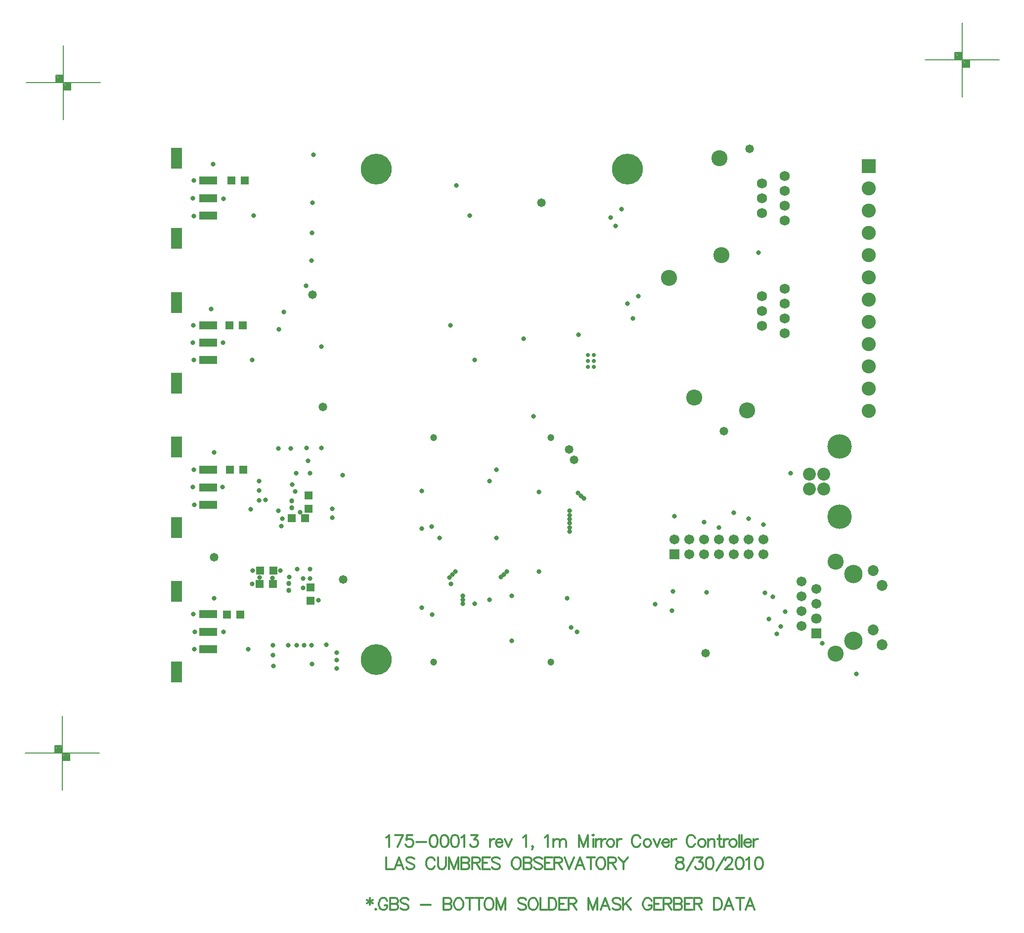
<source format=gbs>
%FSLAX23Y23*%
%MOIN*%
G70*
G01*
G75*
G04 Layer_Color=16711935*
%ADD10R,0.070X0.135*%
%ADD11R,0.135X0.070*%
%ADD12R,0.050X0.050*%
%ADD13O,0.028X0.098*%
%ADD14R,0.085X0.138*%
%ADD15R,0.085X0.043*%
%ADD16R,0.085X0.043*%
%ADD17R,0.078X0.048*%
%ADD18R,0.094X0.130*%
%ADD19R,0.050X0.050*%
%ADD20R,0.087X0.059*%
%ADD21O,0.024X0.010*%
%ADD22R,0.065X0.094*%
%ADD23R,0.035X0.053*%
%ADD24R,0.053X0.053*%
%ADD25R,0.063X0.075*%
%ADD26O,0.027X0.010*%
%ADD27R,0.036X0.036*%
%ADD28R,0.079X0.209*%
%ADD29R,0.115X0.050*%
%ADD30R,0.065X0.135*%
%ADD31R,0.098X0.268*%
%ADD32R,0.025X0.100*%
%ADD33R,0.057X0.012*%
%ADD34R,0.025X0.185*%
%ADD35C,0.008*%
%ADD36C,0.012*%
%ADD37C,0.010*%
%ADD38C,0.020*%
%ADD39C,0.005*%
%ADD40C,0.100*%
%ADD41C,0.030*%
%ADD42C,0.050*%
%ADD43C,0.025*%
%ADD44C,0.012*%
%ADD45C,0.012*%
%ADD46C,0.020*%
%ADD47R,0.059X0.059*%
%ADD48C,0.059*%
%ADD49C,0.087*%
%ADD50R,0.087X0.087*%
%ADD51C,0.079*%
%ADD52C,0.157*%
%ADD53C,0.060*%
%ADD54C,0.039*%
%ADD55C,0.200*%
%ADD56C,0.059*%
%ADD57R,0.059X0.059*%
%ADD58C,0.063*%
%ADD59C,0.116*%
%ADD60C,0.065*%
%ADD61C,0.100*%
%ADD62C,0.024*%
%ADD63C,0.026*%
%ADD64C,0.050*%
%ADD65C,0.040*%
%ADD66C,0.075*%
%ADD67C,0.087*%
%ADD68C,0.076*%
%ADD69C,0.131*%
%ADD70C,0.070*%
G04:AMPARAMS|DCode=71|XSize=90mil|YSize=90mil|CornerRadius=0mil|HoleSize=0mil|Usage=FLASHONLY|Rotation=0.000|XOffset=0mil|YOffset=0mil|HoleType=Round|Shape=Relief|Width=10mil|Gap=10mil|Entries=4|*
%AMTHD71*
7,0,0,0.090,0.070,0.010,45*
%
%ADD71THD71*%
%ADD72C,0.080*%
%ADD73C,0.131*%
%ADD74C,0.075*%
%ADD75C,0.168*%
%ADD76C,0.080*%
%ADD77C,0.103*%
G04:AMPARAMS|DCode=78|XSize=110mil|YSize=110mil|CornerRadius=0mil|HoleSize=0mil|Usage=FLASHONLY|Rotation=0.000|XOffset=0mil|YOffset=0mil|HoleType=Round|Shape=Relief|Width=10mil|Gap=10mil|Entries=4|*
%AMTHD78*
7,0,0,0.110,0.090,0.010,45*
%
%ADD78THD78*%
G04:AMPARAMS|DCode=79|XSize=70mil|YSize=70mil|CornerRadius=0mil|HoleSize=0mil|Usage=FLASHONLY|Rotation=0.000|XOffset=0mil|YOffset=0mil|HoleType=Round|Shape=Relief|Width=10mil|Gap=10mil|Entries=4|*
%AMTHD79*
7,0,0,0.070,0.050,0.010,45*
%
%ADD79THD79*%
%ADD80C,0.053*%
G04:AMPARAMS|DCode=81|XSize=120mil|YSize=120mil|CornerRadius=0mil|HoleSize=0mil|Usage=FLASHONLY|Rotation=0.000|XOffset=0mil|YOffset=0mil|HoleType=Round|Shape=Relief|Width=10mil|Gap=10mil|Entries=4|*
%AMTHD81*
7,0,0,0.120,0.100,0.010,45*
%
%ADD81THD81*%
%ADD82C,0.068*%
G04:AMPARAMS|DCode=83|XSize=95.433mil|YSize=95.433mil|CornerRadius=0mil|HoleSize=0mil|Usage=FLASHONLY|Rotation=0.000|XOffset=0mil|YOffset=0mil|HoleType=Round|Shape=Relief|Width=10mil|Gap=10mil|Entries=4|*
%AMTHD83*
7,0,0,0.095,0.075,0.010,45*
%
%ADD83THD83*%
G04:AMPARAMS|DCode=84|XSize=107.244mil|YSize=107.244mil|CornerRadius=0mil|HoleSize=0mil|Usage=FLASHONLY|Rotation=0.000|XOffset=0mil|YOffset=0mil|HoleType=Round|Shape=Relief|Width=10mil|Gap=10mil|Entries=4|*
%AMTHD84*
7,0,0,0.107,0.087,0.010,45*
%
%ADD84THD84*%
G04:AMPARAMS|DCode=85|XSize=96.221mil|YSize=96.221mil|CornerRadius=0mil|HoleSize=0mil|Usage=FLASHONLY|Rotation=0.000|XOffset=0mil|YOffset=0mil|HoleType=Round|Shape=Relief|Width=10mil|Gap=10mil|Entries=4|*
%AMTHD85*
7,0,0,0.096,0.076,0.010,45*
%
%ADD85THD85*%
G04:AMPARAMS|DCode=86|XSize=150.551mil|YSize=150.551mil|CornerRadius=0mil|HoleSize=0mil|Usage=FLASHONLY|Rotation=0.000|XOffset=0mil|YOffset=0mil|HoleType=Round|Shape=Relief|Width=10mil|Gap=10mil|Entries=4|*
%AMTHD86*
7,0,0,0.151,0.131,0.010,45*
%
%ADD86THD86*%
G04:AMPARAMS|DCode=87|XSize=100mil|YSize=100mil|CornerRadius=0mil|HoleSize=0mil|Usage=FLASHONLY|Rotation=0.000|XOffset=0mil|YOffset=0mil|HoleType=Round|Shape=Relief|Width=10mil|Gap=10mil|Entries=4|*
%AMTHD87*
7,0,0,0.100,0.080,0.010,45*
%
%ADD87THD87*%
G04:AMPARAMS|DCode=88|XSize=123mil|YSize=123mil|CornerRadius=0mil|HoleSize=0mil|Usage=FLASHONLY|Rotation=0.000|XOffset=0mil|YOffset=0mil|HoleType=Round|Shape=Relief|Width=10mil|Gap=10mil|Entries=4|*
%AMTHD88*
7,0,0,0.123,0.103,0.010,45*
%
%ADD88THD88*%
%ADD89C,0.090*%
G04:AMPARAMS|DCode=90|XSize=72.992mil|YSize=72.992mil|CornerRadius=0mil|HoleSize=0mil|Usage=FLASHONLY|Rotation=0.000|XOffset=0mil|YOffset=0mil|HoleType=Round|Shape=Relief|Width=10mil|Gap=10mil|Entries=4|*
%AMTHD90*
7,0,0,0.073,0.053,0.010,45*
%
%ADD90THD90*%
G04:AMPARAMS|DCode=91|XSize=88mil|YSize=88mil|CornerRadius=0mil|HoleSize=0mil|Usage=FLASHONLY|Rotation=0.000|XOffset=0mil|YOffset=0mil|HoleType=Round|Shape=Relief|Width=10mil|Gap=10mil|Entries=4|*
%AMTHD91*
7,0,0,0.088,0.068,0.010,45*
%
%ADD91THD91*%
%ADD92C,0.010*%
%ADD93C,0.010*%
%ADD94C,0.020*%
%ADD95C,0.008*%
%ADD96C,0.007*%
%ADD97C,0.006*%
%ADD98R,0.136X0.162*%
%ADD99R,0.078X0.143*%
%ADD100R,0.143X0.078*%
%ADD101R,0.058X0.058*%
%ADD102O,0.036X0.106*%
%ADD103R,0.093X0.146*%
%ADD104R,0.093X0.051*%
%ADD105R,0.093X0.051*%
%ADD106R,0.086X0.056*%
%ADD107R,0.102X0.138*%
%ADD108R,0.058X0.058*%
%ADD109R,0.095X0.067*%
%ADD110O,0.032X0.018*%
%ADD111R,0.073X0.102*%
%ADD112R,0.043X0.061*%
%ADD113R,0.061X0.061*%
%ADD114R,0.071X0.083*%
%ADD115O,0.035X0.018*%
%ADD116R,0.044X0.044*%
%ADD117R,0.087X0.217*%
%ADD118R,0.123X0.058*%
%ADD119R,0.073X0.143*%
%ADD120R,0.106X0.276*%
%ADD121R,0.033X0.108*%
%ADD122R,0.061X0.016*%
%ADD123R,0.033X0.193*%
%ADD124C,0.028*%
%ADD125R,0.067X0.067*%
%ADD126C,0.067*%
%ADD127C,0.095*%
%ADD128R,0.095X0.095*%
%ADD129C,0.087*%
%ADD130C,0.165*%
%ADD131C,0.047*%
%ADD132C,0.208*%
%ADD133C,0.067*%
%ADD134R,0.067X0.067*%
%ADD135C,0.071*%
%ADD136C,0.124*%
%ADD137C,0.073*%
%ADD138C,0.108*%
%ADD139C,0.032*%
%ADD140C,0.058*%
%ADD141C,0.034*%
D35*
X17370Y14798D02*
X17380D01*
X17370Y14793D02*
Y14803D01*
Y14793D02*
X17380Y14793D01*
X17380Y14803D01*
X17370D02*
X17380D01*
X17365Y14788D02*
Y14803D01*
Y14788D02*
X17385D01*
Y14808D01*
X17365Y14808D02*
X17385Y14808D01*
X17360Y14783D02*
Y14808D01*
Y14783D02*
X17390D01*
Y14813D01*
X17360D02*
X17390D01*
X17355Y14778D02*
Y14818D01*
Y14778D02*
X17395D01*
Y14818D01*
X17355D02*
X17395D01*
X17420Y14748D02*
X17430D01*
X17420Y14743D02*
X17420Y14753D01*
X17420Y14743D02*
X17430D01*
Y14753D01*
X17420Y14753D02*
X17430Y14753D01*
X17415Y14738D02*
Y14753D01*
Y14738D02*
X17435Y14738D01*
X17435Y14758D02*
X17435Y14738D01*
X17415Y14758D02*
X17435D01*
X17410Y14733D02*
Y14758D01*
Y14733D02*
X17440D01*
Y14763D01*
X17410D02*
X17440D01*
X17405Y14728D02*
Y14768D01*
Y14728D02*
X17445D01*
Y14768D01*
X17405D02*
X17445D01*
X17400Y14723D02*
X17450Y14723D01*
X17450Y14773D02*
X17450Y14723D01*
X17350Y14823D02*
X17400Y14823D01*
X17350Y14823D02*
X17350Y14773D01*
X17400Y14523D02*
Y15023D01*
X17150Y14773D02*
X17650D01*
X11302Y10123D02*
X11312D01*
X11302Y10118D02*
Y10128D01*
Y10118D02*
X11312D01*
Y10128D01*
X11302D02*
X11312D01*
X11297Y10113D02*
Y10128D01*
Y10113D02*
X11317D01*
Y10133D01*
X11297D02*
X11317D01*
X11292Y10108D02*
Y10133D01*
Y10108D02*
X11322D01*
Y10138D01*
X11292D02*
X11322D01*
X11287Y10103D02*
Y10143D01*
Y10103D02*
X11327D01*
Y10143D01*
X11287D02*
X11327D01*
X11352Y10073D02*
X11362D01*
X11352Y10068D02*
Y10078D01*
Y10068D02*
X11362D01*
Y10078D01*
X11352D02*
X11362D01*
X11347Y10063D02*
Y10078D01*
Y10063D02*
X11367D01*
Y10083D01*
X11347D02*
X11367D01*
X11342Y10058D02*
Y10083D01*
Y10058D02*
X11372D01*
Y10088D01*
X11342D02*
X11372D01*
X11337Y10053D02*
Y10093D01*
Y10053D02*
X11377D01*
Y10093D01*
X11337D02*
X11377D01*
X11332Y10048D02*
X11382D01*
Y10098D01*
X11282Y10148D02*
X11332D01*
X11282Y10098D02*
Y10148D01*
X11332Y9848D02*
Y10348D01*
X11082Y10098D02*
X11582D01*
X11311Y14643D02*
X11321D01*
X11311Y14638D02*
Y14648D01*
Y14638D02*
X11321D01*
Y14648D01*
X11311D02*
X11321D01*
X11306Y14633D02*
Y14648D01*
Y14633D02*
X11326D01*
Y14653D01*
X11306D02*
X11326D01*
X11301Y14628D02*
Y14653D01*
Y14628D02*
X11331D01*
Y14658D01*
X11301D02*
X11331D01*
X11296Y14623D02*
Y14663D01*
Y14623D02*
X11336D01*
Y14663D01*
X11296D02*
X11336D01*
X11361Y14593D02*
X11371D01*
X11361Y14588D02*
Y14598D01*
Y14588D02*
X11371D01*
Y14598D01*
X11361D02*
X11371D01*
X11356Y14583D02*
Y14598D01*
Y14583D02*
X11376D01*
Y14603D01*
X11356D02*
X11376D01*
X11351Y14578D02*
Y14603D01*
Y14578D02*
X11381D01*
Y14608D01*
X11351D02*
X11381D01*
X11346Y14573D02*
Y14613D01*
Y14573D02*
X11386D01*
Y14613D01*
X11346D02*
X11386D01*
X11341Y14568D02*
X11391D01*
Y14618D01*
X11291Y14668D02*
X11341D01*
X11291Y14618D02*
Y14668D01*
X11341Y14368D02*
Y14868D01*
X11091Y14618D02*
X11591D01*
D36*
X13518Y9531D02*
X13526Y9535D01*
X13537Y9546D01*
Y9466D01*
X13630Y9546D02*
X13592Y9466D01*
X13577Y9546D02*
X13630D01*
X13694D02*
X13656D01*
X13652Y9512D01*
X13656Y9516D01*
X13667Y9520D01*
X13679D01*
X13690Y9516D01*
X13698Y9508D01*
X13701Y9497D01*
Y9489D01*
X13698Y9478D01*
X13690Y9470D01*
X13679Y9466D01*
X13667D01*
X13656Y9470D01*
X13652Y9474D01*
X13648Y9482D01*
X13719Y9501D02*
X13788D01*
X13834Y9546D02*
X13823Y9543D01*
X13815Y9531D01*
X13811Y9512D01*
Y9501D01*
X13815Y9482D01*
X13823Y9470D01*
X13834Y9466D01*
X13842D01*
X13853Y9470D01*
X13861Y9482D01*
X13865Y9501D01*
Y9512D01*
X13861Y9531D01*
X13853Y9543D01*
X13842Y9546D01*
X13834D01*
X13906D02*
X13894Y9543D01*
X13886Y9531D01*
X13883Y9512D01*
Y9501D01*
X13886Y9482D01*
X13894Y9470D01*
X13906Y9466D01*
X13913D01*
X13925Y9470D01*
X13932Y9482D01*
X13936Y9501D01*
Y9512D01*
X13932Y9531D01*
X13925Y9543D01*
X13913Y9546D01*
X13906D01*
X13977D02*
X13965Y9543D01*
X13958Y9531D01*
X13954Y9512D01*
Y9501D01*
X13958Y9482D01*
X13965Y9470D01*
X13977Y9466D01*
X13984D01*
X13996Y9470D01*
X14003Y9482D01*
X14007Y9501D01*
Y9512D01*
X14003Y9531D01*
X13996Y9543D01*
X13984Y9546D01*
X13977D01*
X14025Y9531D02*
X14033Y9535D01*
X14044Y9546D01*
Y9466D01*
X14091Y9546D02*
X14133D01*
X14110Y9516D01*
X14122D01*
X14129Y9512D01*
X14133Y9508D01*
X14137Y9497D01*
Y9489D01*
X14133Y9478D01*
X14126Y9470D01*
X14114Y9466D01*
X14103D01*
X14091Y9470D01*
X14088Y9474D01*
X14084Y9482D01*
X14218Y9520D02*
Y9466D01*
Y9497D02*
X14222Y9508D01*
X14229Y9516D01*
X14237Y9520D01*
X14248D01*
X14256Y9497D02*
X14301D01*
Y9504D01*
X14297Y9512D01*
X14294Y9516D01*
X14286Y9520D01*
X14275D01*
X14267Y9516D01*
X14259Y9508D01*
X14256Y9497D01*
Y9489D01*
X14259Y9478D01*
X14267Y9470D01*
X14275Y9466D01*
X14286D01*
X14294Y9470D01*
X14301Y9478D01*
X14318Y9520D02*
X14341Y9466D01*
X14364Y9520D02*
X14341Y9466D01*
X14440Y9531D02*
X14447Y9535D01*
X14459Y9546D01*
Y9466D01*
X14506Y9470D02*
X14502Y9466D01*
X14499Y9470D01*
X14502Y9474D01*
X14506Y9470D01*
Y9463D01*
X14502Y9455D01*
X14499Y9451D01*
X14587Y9531D02*
X14594Y9535D01*
X14606Y9546D01*
Y9466D01*
X14645Y9520D02*
Y9466D01*
Y9504D02*
X14657Y9516D01*
X14664Y9520D01*
X14676D01*
X14683Y9516D01*
X14687Y9504D01*
Y9466D01*
Y9504D02*
X14698Y9516D01*
X14706Y9520D01*
X14718D01*
X14725Y9516D01*
X14729Y9504D01*
Y9466D01*
X14817Y9546D02*
Y9466D01*
Y9546D02*
X14847Y9466D01*
X14878Y9546D02*
X14847Y9466D01*
X14878Y9546D02*
Y9466D01*
X14908Y9546D02*
X14912Y9543D01*
X14916Y9546D01*
X14912Y9550D01*
X14908Y9546D01*
X14912Y9520D02*
Y9466D01*
X14930Y9520D02*
Y9466D01*
Y9497D02*
X14934Y9508D01*
X14941Y9516D01*
X14949Y9520D01*
X14961D01*
X14968D02*
Y9466D01*
Y9497D02*
X14972Y9508D01*
X14979Y9516D01*
X14987Y9520D01*
X14998D01*
X15025D02*
X15017Y9516D01*
X15009Y9508D01*
X15005Y9497D01*
Y9489D01*
X15009Y9478D01*
X15017Y9470D01*
X15025Y9466D01*
X15036D01*
X15044Y9470D01*
X15051Y9478D01*
X15055Y9489D01*
Y9497D01*
X15051Y9508D01*
X15044Y9516D01*
X15036Y9520D01*
X15025D01*
X15073D02*
Y9466D01*
Y9497D02*
X15076Y9508D01*
X15084Y9516D01*
X15092Y9520D01*
X15103D01*
X15230Y9527D02*
X15226Y9535D01*
X15219Y9543D01*
X15211Y9546D01*
X15196D01*
X15188Y9543D01*
X15181Y9535D01*
X15177Y9527D01*
X15173Y9516D01*
Y9497D01*
X15177Y9485D01*
X15181Y9478D01*
X15188Y9470D01*
X15196Y9466D01*
X15211D01*
X15219Y9470D01*
X15226Y9478D01*
X15230Y9485D01*
X15272Y9520D02*
X15264Y9516D01*
X15256Y9508D01*
X15253Y9497D01*
Y9489D01*
X15256Y9478D01*
X15264Y9470D01*
X15272Y9466D01*
X15283D01*
X15291Y9470D01*
X15298Y9478D01*
X15302Y9489D01*
Y9497D01*
X15298Y9508D01*
X15291Y9516D01*
X15283Y9520D01*
X15272D01*
X15320D02*
X15343Y9466D01*
X15365Y9520D02*
X15343Y9466D01*
X15378Y9497D02*
X15424D01*
Y9504D01*
X15420Y9512D01*
X15416Y9516D01*
X15409Y9520D01*
X15397D01*
X15390Y9516D01*
X15382Y9508D01*
X15378Y9497D01*
Y9489D01*
X15382Y9478D01*
X15390Y9470D01*
X15397Y9466D01*
X15409D01*
X15416Y9470D01*
X15424Y9478D01*
X15441Y9520D02*
Y9466D01*
Y9497D02*
X15445Y9508D01*
X15453Y9516D01*
X15460Y9520D01*
X15472D01*
X15599Y9527D02*
X15595Y9535D01*
X15587Y9543D01*
X15580Y9546D01*
X15565D01*
X15557Y9543D01*
X15549Y9535D01*
X15546Y9527D01*
X15542Y9516D01*
Y9497D01*
X15546Y9485D01*
X15549Y9478D01*
X15557Y9470D01*
X15565Y9466D01*
X15580D01*
X15587Y9470D01*
X15595Y9478D01*
X15599Y9485D01*
X15640Y9520D02*
X15633Y9516D01*
X15625Y9508D01*
X15621Y9497D01*
Y9489D01*
X15625Y9478D01*
X15633Y9470D01*
X15640Y9466D01*
X15652D01*
X15659Y9470D01*
X15667Y9478D01*
X15671Y9489D01*
Y9497D01*
X15667Y9508D01*
X15659Y9516D01*
X15652Y9520D01*
X15640D01*
X15688D02*
Y9466D01*
Y9504D02*
X15700Y9516D01*
X15707Y9520D01*
X15719D01*
X15726Y9516D01*
X15730Y9504D01*
Y9466D01*
X15763Y9546D02*
Y9482D01*
X15766Y9470D01*
X15774Y9466D01*
X15782D01*
X15751Y9520D02*
X15778D01*
X15793D02*
Y9466D01*
Y9497D02*
X15797Y9508D01*
X15805Y9516D01*
X15812Y9520D01*
X15824D01*
X15850D02*
X15842Y9516D01*
X15835Y9508D01*
X15831Y9497D01*
Y9489D01*
X15835Y9478D01*
X15842Y9470D01*
X15850Y9466D01*
X15861D01*
X15869Y9470D01*
X15877Y9478D01*
X15880Y9489D01*
Y9497D01*
X15877Y9508D01*
X15869Y9516D01*
X15861Y9520D01*
X15850D01*
X15898Y9546D02*
Y9466D01*
X15915Y9546D02*
Y9466D01*
X15931Y9497D02*
X15977D01*
Y9504D01*
X15973Y9512D01*
X15969Y9516D01*
X15962Y9520D01*
X15950D01*
X15943Y9516D01*
X15935Y9508D01*
X15931Y9497D01*
Y9489D01*
X15935Y9478D01*
X15943Y9470D01*
X15950Y9466D01*
X15962D01*
X15969Y9470D01*
X15977Y9478D01*
X15994Y9520D02*
Y9466D01*
Y9497D02*
X15998Y9508D01*
X16006Y9516D01*
X16013Y9520D01*
X16025D01*
D44*
X13407Y9122D02*
Y9076D01*
X13388Y9110D02*
X13426Y9087D01*
Y9110D02*
X13388Y9087D01*
X13447Y9049D02*
X13443Y9045D01*
X13447Y9042D01*
X13450Y9045D01*
X13447Y9049D01*
X13525Y9103D02*
X13521Y9110D01*
X13514Y9118D01*
X13506Y9122D01*
X13491D01*
X13483Y9118D01*
X13475Y9110D01*
X13472Y9103D01*
X13468Y9091D01*
Y9072D01*
X13472Y9061D01*
X13475Y9053D01*
X13483Y9045D01*
X13491Y9042D01*
X13506D01*
X13514Y9045D01*
X13521Y9053D01*
X13525Y9061D01*
Y9072D01*
X13506D02*
X13525D01*
X13543Y9122D02*
Y9042D01*
Y9122D02*
X13578D01*
X13589Y9118D01*
X13593Y9114D01*
X13597Y9106D01*
Y9099D01*
X13593Y9091D01*
X13589Y9087D01*
X13578Y9084D01*
X13543D02*
X13578D01*
X13589Y9080D01*
X13593Y9076D01*
X13597Y9068D01*
Y9057D01*
X13593Y9049D01*
X13589Y9045D01*
X13578Y9042D01*
X13543D01*
X13668Y9110D02*
X13660Y9118D01*
X13649Y9122D01*
X13634D01*
X13622Y9118D01*
X13615Y9110D01*
Y9103D01*
X13618Y9095D01*
X13622Y9091D01*
X13630Y9087D01*
X13653Y9080D01*
X13660Y9076D01*
X13664Y9072D01*
X13668Y9064D01*
Y9053D01*
X13660Y9045D01*
X13649Y9042D01*
X13634D01*
X13622Y9045D01*
X13615Y9053D01*
X13749Y9076D02*
X13817D01*
X13904Y9122D02*
Y9042D01*
Y9122D02*
X13938D01*
X13949Y9118D01*
X13953Y9114D01*
X13957Y9106D01*
Y9099D01*
X13953Y9091D01*
X13949Y9087D01*
X13938Y9084D01*
X13904D02*
X13938D01*
X13949Y9080D01*
X13953Y9076D01*
X13957Y9068D01*
Y9057D01*
X13953Y9049D01*
X13949Y9045D01*
X13938Y9042D01*
X13904D01*
X13998Y9122D02*
X13990Y9118D01*
X13982Y9110D01*
X13979Y9103D01*
X13975Y9091D01*
Y9072D01*
X13979Y9061D01*
X13982Y9053D01*
X13990Y9045D01*
X13998Y9042D01*
X14013D01*
X14021Y9045D01*
X14028Y9053D01*
X14032Y9061D01*
X14036Y9072D01*
Y9091D01*
X14032Y9103D01*
X14028Y9110D01*
X14021Y9118D01*
X14013Y9122D01*
X13998D01*
X14081D02*
Y9042D01*
X14054Y9122D02*
X14108D01*
X14144D02*
Y9042D01*
X14117Y9122D02*
X14171D01*
X14203D02*
X14195Y9118D01*
X14188Y9110D01*
X14184Y9103D01*
X14180Y9091D01*
Y9072D01*
X14184Y9061D01*
X14188Y9053D01*
X14195Y9045D01*
X14203Y9042D01*
X14218D01*
X14226Y9045D01*
X14233Y9053D01*
X14237Y9061D01*
X14241Y9072D01*
Y9091D01*
X14237Y9103D01*
X14233Y9110D01*
X14226Y9118D01*
X14218Y9122D01*
X14203D01*
X14260D02*
Y9042D01*
Y9122D02*
X14290Y9042D01*
X14321Y9122D02*
X14290Y9042D01*
X14321Y9122D02*
Y9042D01*
X14460Y9110D02*
X14452Y9118D01*
X14441Y9122D01*
X14425D01*
X14414Y9118D01*
X14406Y9110D01*
Y9103D01*
X14410Y9095D01*
X14414Y9091D01*
X14422Y9087D01*
X14444Y9080D01*
X14452Y9076D01*
X14456Y9072D01*
X14460Y9064D01*
Y9053D01*
X14452Y9045D01*
X14441Y9042D01*
X14425D01*
X14414Y9045D01*
X14406Y9053D01*
X14500Y9122D02*
X14493Y9118D01*
X14485Y9110D01*
X14481Y9103D01*
X14478Y9091D01*
Y9072D01*
X14481Y9061D01*
X14485Y9053D01*
X14493Y9045D01*
X14500Y9042D01*
X14516D01*
X14523Y9045D01*
X14531Y9053D01*
X14535Y9061D01*
X14539Y9072D01*
Y9091D01*
X14535Y9103D01*
X14531Y9110D01*
X14523Y9118D01*
X14516Y9122D01*
X14500D01*
X14557D02*
Y9042D01*
X14603D01*
X14612Y9122D02*
Y9042D01*
Y9122D02*
X14638D01*
X14650Y9118D01*
X14657Y9110D01*
X14661Y9103D01*
X14665Y9091D01*
Y9072D01*
X14661Y9061D01*
X14657Y9053D01*
X14650Y9045D01*
X14638Y9042D01*
X14612D01*
X14732Y9122D02*
X14683D01*
Y9042D01*
X14732D01*
X14683Y9084D02*
X14713D01*
X14746Y9122D02*
Y9042D01*
Y9122D02*
X14780D01*
X14791Y9118D01*
X14795Y9114D01*
X14799Y9106D01*
Y9099D01*
X14795Y9091D01*
X14791Y9087D01*
X14780Y9084D01*
X14746D01*
X14772D02*
X14799Y9042D01*
X14880Y9122D02*
Y9042D01*
Y9122D02*
X14910Y9042D01*
X14941Y9122D02*
X14910Y9042D01*
X14941Y9122D02*
Y9042D01*
X15025D02*
X14994Y9122D01*
X14964Y9042D01*
X14975Y9068D02*
X15013D01*
X15096Y9110D02*
X15089Y9118D01*
X15077Y9122D01*
X15062D01*
X15051Y9118D01*
X15043Y9110D01*
Y9103D01*
X15047Y9095D01*
X15051Y9091D01*
X15058Y9087D01*
X15081Y9080D01*
X15089Y9076D01*
X15093Y9072D01*
X15096Y9064D01*
Y9053D01*
X15089Y9045D01*
X15077Y9042D01*
X15062D01*
X15051Y9045D01*
X15043Y9053D01*
X15114Y9122D02*
Y9042D01*
X15168Y9122D02*
X15114Y9068D01*
X15133Y9087D02*
X15168Y9042D01*
X15306Y9103D02*
X15302Y9110D01*
X15294Y9118D01*
X15287Y9122D01*
X15271D01*
X15264Y9118D01*
X15256Y9110D01*
X15252Y9103D01*
X15248Y9091D01*
Y9072D01*
X15252Y9061D01*
X15256Y9053D01*
X15264Y9045D01*
X15271Y9042D01*
X15287D01*
X15294Y9045D01*
X15302Y9053D01*
X15306Y9061D01*
Y9072D01*
X15287D02*
X15306D01*
X15373Y9122D02*
X15324D01*
Y9042D01*
X15373D01*
X15324Y9084D02*
X15354D01*
X15387Y9122D02*
Y9042D01*
Y9122D02*
X15421D01*
X15432Y9118D01*
X15436Y9114D01*
X15440Y9106D01*
Y9099D01*
X15436Y9091D01*
X15432Y9087D01*
X15421Y9084D01*
X15387D01*
X15413D02*
X15440Y9042D01*
X15458Y9122D02*
Y9042D01*
Y9122D02*
X15492D01*
X15504Y9118D01*
X15507Y9114D01*
X15511Y9106D01*
Y9099D01*
X15507Y9091D01*
X15504Y9087D01*
X15492Y9084D01*
X15458D02*
X15492D01*
X15504Y9080D01*
X15507Y9076D01*
X15511Y9068D01*
Y9057D01*
X15507Y9049D01*
X15504Y9045D01*
X15492Y9042D01*
X15458D01*
X15579Y9122D02*
X15529D01*
Y9042D01*
X15579D01*
X15529Y9084D02*
X15560D01*
X15592Y9122D02*
Y9042D01*
Y9122D02*
X15626D01*
X15638Y9118D01*
X15642Y9114D01*
X15645Y9106D01*
Y9099D01*
X15642Y9091D01*
X15638Y9087D01*
X15626Y9084D01*
X15592D01*
X15619D02*
X15645Y9042D01*
X15726Y9122D02*
Y9042D01*
Y9122D02*
X15753D01*
X15764Y9118D01*
X15772Y9110D01*
X15776Y9103D01*
X15779Y9091D01*
Y9072D01*
X15776Y9061D01*
X15772Y9053D01*
X15764Y9045D01*
X15753Y9042D01*
X15726D01*
X15858D02*
X15828Y9122D01*
X15797Y9042D01*
X15809Y9068D02*
X15847D01*
X15904Y9122D02*
Y9042D01*
X15877Y9122D02*
X15930D01*
X16001Y9042D02*
X15970Y9122D01*
X15940Y9042D01*
X15951Y9068D02*
X15989D01*
D45*
X13518Y9396D02*
Y9316D01*
X13564D01*
X13634D02*
X13603Y9396D01*
X13573Y9316D01*
X13584Y9343D02*
X13622D01*
X13706Y9385D02*
X13698Y9393D01*
X13687Y9396D01*
X13671D01*
X13660Y9393D01*
X13652Y9385D01*
Y9377D01*
X13656Y9370D01*
X13660Y9366D01*
X13667Y9362D01*
X13690Y9354D01*
X13698Y9351D01*
X13702Y9347D01*
X13706Y9339D01*
Y9328D01*
X13698Y9320D01*
X13687Y9316D01*
X13671D01*
X13660Y9320D01*
X13652Y9328D01*
X13843Y9377D02*
X13840Y9385D01*
X13832Y9393D01*
X13824Y9396D01*
X13809D01*
X13802Y9393D01*
X13794Y9385D01*
X13790Y9377D01*
X13786Y9366D01*
Y9347D01*
X13790Y9335D01*
X13794Y9328D01*
X13802Y9320D01*
X13809Y9316D01*
X13824D01*
X13832Y9320D01*
X13840Y9328D01*
X13843Y9335D01*
X13866Y9396D02*
Y9339D01*
X13870Y9328D01*
X13877Y9320D01*
X13889Y9316D01*
X13896D01*
X13908Y9320D01*
X13915Y9328D01*
X13919Y9339D01*
Y9396D01*
X13941D02*
Y9316D01*
Y9396D02*
X13972Y9316D01*
X14002Y9396D02*
X13972Y9316D01*
X14002Y9396D02*
Y9316D01*
X14025Y9396D02*
Y9316D01*
Y9396D02*
X14059D01*
X14071Y9393D01*
X14075Y9389D01*
X14078Y9381D01*
Y9373D01*
X14075Y9366D01*
X14071Y9362D01*
X14059Y9358D01*
X14025D02*
X14059D01*
X14071Y9354D01*
X14075Y9351D01*
X14078Y9343D01*
Y9332D01*
X14075Y9324D01*
X14071Y9320D01*
X14059Y9316D01*
X14025D01*
X14096Y9396D02*
Y9316D01*
Y9396D02*
X14131D01*
X14142Y9393D01*
X14146Y9389D01*
X14150Y9381D01*
Y9373D01*
X14146Y9366D01*
X14142Y9362D01*
X14131Y9358D01*
X14096D01*
X14123D02*
X14150Y9316D01*
X14217Y9396D02*
X14168D01*
Y9316D01*
X14217D01*
X14168Y9358D02*
X14198D01*
X14284Y9385D02*
X14276Y9393D01*
X14265Y9396D01*
X14249D01*
X14238Y9393D01*
X14230Y9385D01*
Y9377D01*
X14234Y9370D01*
X14238Y9366D01*
X14246Y9362D01*
X14268Y9354D01*
X14276Y9351D01*
X14280Y9347D01*
X14284Y9339D01*
Y9328D01*
X14276Y9320D01*
X14265Y9316D01*
X14249D01*
X14238Y9320D01*
X14230Y9328D01*
X14387Y9396D02*
X14380Y9393D01*
X14372Y9385D01*
X14368Y9377D01*
X14364Y9366D01*
Y9347D01*
X14368Y9335D01*
X14372Y9328D01*
X14380Y9320D01*
X14387Y9316D01*
X14403D01*
X14410Y9320D01*
X14418Y9328D01*
X14422Y9335D01*
X14425Y9347D01*
Y9366D01*
X14422Y9377D01*
X14418Y9385D01*
X14410Y9393D01*
X14403Y9396D01*
X14387D01*
X14444D02*
Y9316D01*
Y9396D02*
X14478D01*
X14490Y9393D01*
X14494Y9389D01*
X14497Y9381D01*
Y9373D01*
X14494Y9366D01*
X14490Y9362D01*
X14478Y9358D01*
X14444D02*
X14478D01*
X14490Y9354D01*
X14494Y9351D01*
X14497Y9343D01*
Y9332D01*
X14494Y9324D01*
X14490Y9320D01*
X14478Y9316D01*
X14444D01*
X14569Y9385D02*
X14561Y9393D01*
X14550Y9396D01*
X14534D01*
X14523Y9393D01*
X14515Y9385D01*
Y9377D01*
X14519Y9370D01*
X14523Y9366D01*
X14531Y9362D01*
X14553Y9354D01*
X14561Y9351D01*
X14565Y9347D01*
X14569Y9339D01*
Y9328D01*
X14561Y9320D01*
X14550Y9316D01*
X14534D01*
X14523Y9320D01*
X14515Y9328D01*
X14636Y9396D02*
X14587D01*
Y9316D01*
X14636D01*
X14587Y9358D02*
X14617D01*
X14649Y9396D02*
Y9316D01*
Y9396D02*
X14684D01*
X14695Y9393D01*
X14699Y9389D01*
X14703Y9381D01*
Y9373D01*
X14699Y9366D01*
X14695Y9362D01*
X14684Y9358D01*
X14649D01*
X14676D02*
X14703Y9316D01*
X14721Y9396D02*
X14751Y9316D01*
X14782Y9396D02*
X14751Y9316D01*
X14853D02*
X14822Y9396D01*
X14792Y9316D01*
X14803Y9343D02*
X14841D01*
X14898Y9396D02*
Y9316D01*
X14871Y9396D02*
X14925D01*
X14957D02*
X14949Y9393D01*
X14942Y9385D01*
X14938Y9377D01*
X14934Y9366D01*
Y9347D01*
X14938Y9335D01*
X14942Y9328D01*
X14949Y9320D01*
X14957Y9316D01*
X14972D01*
X14980Y9320D01*
X14988Y9328D01*
X14991Y9335D01*
X14995Y9347D01*
Y9366D01*
X14991Y9377D01*
X14988Y9385D01*
X14980Y9393D01*
X14972Y9396D01*
X14957D01*
X15014D02*
Y9316D01*
Y9396D02*
X15048D01*
X15060Y9393D01*
X15063Y9389D01*
X15067Y9381D01*
Y9373D01*
X15063Y9366D01*
X15060Y9362D01*
X15048Y9358D01*
X15014D01*
X15041D02*
X15067Y9316D01*
X15085Y9396D02*
X15116Y9358D01*
Y9316D01*
X15146Y9396D02*
X15116Y9358D01*
X15490Y9396D02*
X15478Y9393D01*
X15474Y9385D01*
Y9377D01*
X15478Y9370D01*
X15486Y9366D01*
X15501Y9362D01*
X15512Y9358D01*
X15520Y9351D01*
X15524Y9343D01*
Y9332D01*
X15520Y9324D01*
X15516Y9320D01*
X15505Y9316D01*
X15490D01*
X15478Y9320D01*
X15474Y9324D01*
X15471Y9332D01*
Y9343D01*
X15474Y9351D01*
X15482Y9358D01*
X15493Y9362D01*
X15509Y9366D01*
X15516Y9370D01*
X15520Y9377D01*
Y9385D01*
X15516Y9393D01*
X15505Y9396D01*
X15490D01*
X15542Y9305D02*
X15595Y9396D01*
X15608D02*
X15650D01*
X15627Y9366D01*
X15638D01*
X15646Y9362D01*
X15650Y9358D01*
X15654Y9347D01*
Y9339D01*
X15650Y9328D01*
X15642Y9320D01*
X15631Y9316D01*
X15619D01*
X15608Y9320D01*
X15604Y9324D01*
X15600Y9332D01*
X15694Y9396D02*
X15683Y9393D01*
X15675Y9381D01*
X15672Y9362D01*
Y9351D01*
X15675Y9332D01*
X15683Y9320D01*
X15694Y9316D01*
X15702D01*
X15714Y9320D01*
X15721Y9332D01*
X15725Y9351D01*
Y9362D01*
X15721Y9381D01*
X15714Y9393D01*
X15702Y9396D01*
X15694D01*
X15743Y9305D02*
X15796Y9396D01*
X15805Y9377D02*
Y9381D01*
X15809Y9389D01*
X15813Y9393D01*
X15821Y9396D01*
X15836D01*
X15843Y9393D01*
X15847Y9389D01*
X15851Y9381D01*
Y9373D01*
X15847Y9366D01*
X15840Y9354D01*
X15801Y9316D01*
X15855D01*
X15896Y9396D02*
X15884Y9393D01*
X15877Y9381D01*
X15873Y9362D01*
Y9351D01*
X15877Y9332D01*
X15884Y9320D01*
X15896Y9316D01*
X15903D01*
X15915Y9320D01*
X15922Y9332D01*
X15926Y9351D01*
Y9362D01*
X15922Y9381D01*
X15915Y9393D01*
X15903Y9396D01*
X15896D01*
X15944Y9381D02*
X15952Y9385D01*
X15963Y9396D01*
Y9316D01*
X16025Y9396D02*
X16014Y9393D01*
X16006Y9381D01*
X16003Y9362D01*
Y9351D01*
X16006Y9332D01*
X16014Y9320D01*
X16025Y9316D01*
X16033D01*
X16044Y9320D01*
X16052Y9332D01*
X16056Y9351D01*
Y9362D01*
X16052Y9381D01*
X16044Y9393D01*
X16033Y9396D01*
X16025D01*
D82*
X16202Y12930D02*
D03*
X16049Y12980D02*
D03*
X16202Y13030D02*
D03*
X16049Y13080D02*
D03*
X16202Y13130D02*
D03*
X16049Y13180D02*
D03*
X16202Y13230D02*
D03*
Y13690D02*
D03*
X16049Y13740D02*
D03*
X16202Y13790D02*
D03*
X16049Y13840D02*
D03*
X16202Y13890D02*
D03*
X16049Y13940D02*
D03*
X16202Y13990D02*
D03*
D101*
X12461Y12983D02*
D03*
X12551D02*
D03*
X12475Y13959D02*
D03*
X12565D02*
D03*
X12465Y12009D02*
D03*
X12555D02*
D03*
X12445Y11034D02*
D03*
X12535D02*
D03*
X12757Y11328D02*
D03*
X12667D02*
D03*
X12662Y11240D02*
D03*
X12752D02*
D03*
X12970Y11682D02*
D03*
X12880D02*
D03*
D108*
X13007Y11125D02*
D03*
Y11215D02*
D03*
X12995Y11837D02*
D03*
Y11747D02*
D03*
D118*
X12318Y13958D02*
D03*
Y13840D02*
D03*
Y13722D02*
D03*
Y12984D02*
D03*
Y12866D02*
D03*
Y12748D02*
D03*
Y12009D02*
D03*
Y11891D02*
D03*
Y11773D02*
D03*
Y11035D02*
D03*
Y10917D02*
D03*
Y10799D02*
D03*
D119*
X12102Y14111D02*
D03*
Y13569D02*
D03*
Y13137D02*
D03*
Y12594D02*
D03*
Y12162D02*
D03*
Y11620D02*
D03*
Y11188D02*
D03*
Y10646D02*
D03*
D124*
X14918Y12783D02*
D03*
Y12743D02*
D03*
Y12704D02*
D03*
X14878D02*
D03*
Y12743D02*
D03*
Y12783D02*
D03*
D125*
X15460Y11441D02*
D03*
D126*
Y11541D02*
D03*
X15560Y11441D02*
D03*
Y11541D02*
D03*
X15660Y11441D02*
D03*
Y11541D02*
D03*
X15760Y11441D02*
D03*
Y11541D02*
D03*
X15860Y11441D02*
D03*
Y11541D02*
D03*
X15960Y11441D02*
D03*
Y11541D02*
D03*
X16060Y11441D02*
D03*
Y11541D02*
D03*
D127*
X16769Y12405D02*
D03*
Y12555D02*
D03*
Y12705D02*
D03*
Y12855D02*
D03*
Y13005D02*
D03*
Y13155D02*
D03*
Y13305D02*
D03*
Y13455D02*
D03*
Y13605D02*
D03*
Y13755D02*
D03*
Y13905D02*
D03*
D128*
Y14055D02*
D03*
D129*
X16369Y11979D02*
D03*
Y11880D02*
D03*
X16467D02*
D03*
Y11979D02*
D03*
D130*
X16574Y11693D02*
D03*
Y12167D02*
D03*
D131*
X14627Y12227D02*
D03*
Y10712D02*
D03*
X13837Y12227D02*
D03*
Y10712D02*
D03*
D132*
X15142Y14037D02*
D03*
X13449D02*
D03*
Y10730D02*
D03*
D133*
X16318Y11255D02*
D03*
Y10955D02*
D03*
X16418Y11205D02*
D03*
X16318Y11155D02*
D03*
Y11055D02*
D03*
X16418Y11105D02*
D03*
D134*
Y10905D02*
D03*
D135*
Y11005D02*
D03*
D136*
X16668Y10855D02*
D03*
Y11305D02*
D03*
D137*
X16861Y10831D02*
D03*
X16801Y10931D02*
D03*
X16861Y11229D02*
D03*
X16801Y11329D02*
D03*
D138*
X16548Y10770D02*
D03*
Y11390D02*
D03*
X15949Y12408D02*
D03*
X15594Y12496D02*
D03*
X15777Y13457D02*
D03*
X15423Y13303D02*
D03*
X15765Y14108D02*
D03*
D139*
X14112Y12750D02*
D03*
Y11105D02*
D03*
X14034D02*
D03*
X14215Y11934D02*
D03*
Y11134D02*
D03*
X14034Y11133D02*
D03*
X14362Y10856D02*
D03*
Y11160D02*
D03*
X14034Y11161D02*
D03*
X14445Y12893D02*
D03*
X14812Y12920D02*
D03*
X12625Y13722D02*
D03*
X12615Y12750D02*
D03*
X12602Y11744D02*
D03*
X12587Y10799D02*
D03*
X13757Y11866D02*
D03*
X13756Y11614D02*
D03*
X13757Y11079D02*
D03*
X14546Y11324D02*
D03*
Y11861D02*
D03*
X14510Y12368D02*
D03*
X15678Y11183D02*
D03*
X12827Y13073D02*
D03*
X13080Y12840D02*
D03*
X12794Y12957D02*
D03*
X16060Y11638D02*
D03*
X15960Y11679D02*
D03*
X15860Y11721D02*
D03*
X15760Y11618D02*
D03*
X15660Y11657D02*
D03*
X15460Y11695D02*
D03*
X14755Y11732D02*
D03*
Y11704D02*
D03*
Y11592D02*
D03*
Y11620D02*
D03*
Y11648D02*
D03*
Y11676D02*
D03*
X16245Y11985D02*
D03*
X14850Y11815D02*
D03*
X14830Y11834D02*
D03*
X14810Y11854D02*
D03*
X16151Y10904D02*
D03*
X16178Y10953D02*
D03*
X16097Y11004D02*
D03*
X16207Y11054D02*
D03*
X16125Y11154D02*
D03*
X16071Y11178D02*
D03*
X14289Y11285D02*
D03*
X14309Y11304D02*
D03*
X14329Y11324D02*
D03*
X13984Y11322D02*
D03*
X13964Y11302D02*
D03*
X13944Y11282D02*
D03*
X12421Y13836D02*
D03*
X12416Y12867D02*
D03*
X12414Y11893D02*
D03*
X12219Y12748D02*
D03*
X12351Y14069D02*
D03*
X12219Y13721D02*
D03*
Y13959D02*
D03*
X12214Y13839D02*
D03*
X12338Y13094D02*
D03*
X12217Y12984D02*
D03*
X12212Y12865D02*
D03*
X12356Y12127D02*
D03*
X12223Y11772D02*
D03*
X12220Y12009D02*
D03*
X12214Y11892D02*
D03*
X12357Y11143D02*
D03*
X12216Y11035D02*
D03*
X12228Y10917D02*
D03*
X12225Y10799D02*
D03*
X12421Y10917D02*
D03*
X12663Y11283D02*
D03*
X13017Y10700D02*
D03*
X12957Y11275D02*
D03*
X13060Y11128D02*
D03*
X13112Y10830D02*
D03*
X13182Y10725D02*
D03*
Y10670D02*
D03*
X12862Y11285D02*
D03*
X12956Y11212D02*
D03*
X12962Y10825D02*
D03*
X12857D02*
D03*
X13182Y10775D02*
D03*
X12804Y11329D02*
D03*
X12618Y11330D02*
D03*
X13002Y11275D02*
D03*
X13012Y10825D02*
D03*
X12912D02*
D03*
X12750Y11279D02*
D03*
X12752Y10825D02*
D03*
X13002Y11340D02*
D03*
X12917D02*
D03*
X12752Y10760D02*
D03*
X12757Y10685D02*
D03*
X12614Y11240D02*
D03*
X12936Y11724D02*
D03*
X12789Y11734D02*
D03*
X12905Y11864D02*
D03*
X12660Y11933D02*
D03*
X12661Y11804D02*
D03*
X12705Y11806D02*
D03*
X12659Y11869D02*
D03*
X12791Y12152D02*
D03*
X12873Y12153D02*
D03*
X12981Y12155D02*
D03*
X12989Y12069D02*
D03*
X12885Y11911D02*
D03*
X12811Y11629D02*
D03*
X13152Y11747D02*
D03*
X13155Y11687D02*
D03*
X13080Y12156D02*
D03*
X13005Y11986D02*
D03*
X12911Y11985D02*
D03*
X12817Y11680D02*
D03*
X14079Y13723D02*
D03*
X13950Y12983D02*
D03*
X13990Y13927D02*
D03*
X13827Y11033D02*
D03*
X13878Y11551D02*
D03*
X14260D02*
D03*
Y12010D02*
D03*
X13953Y11241D02*
D03*
X13822Y11625D02*
D03*
X15450Y11190D02*
D03*
X15443Y11058D02*
D03*
X15329Y11104D02*
D03*
X14738Y11144D02*
D03*
X15181Y13029D02*
D03*
X15143Y13128D02*
D03*
X15218Y13180D02*
D03*
X15065Y13652D02*
D03*
X15029Y13710D02*
D03*
X15102Y13766D02*
D03*
X16028Y13472D02*
D03*
X16457Y10840D02*
D03*
X14764Y10946D02*
D03*
X16688Y10634D02*
D03*
X14805Y10917D02*
D03*
X13021Y13808D02*
D03*
X13027Y14132D02*
D03*
X13018Y13605D02*
D03*
X13014Y13421D02*
D03*
X12978Y13249D02*
D03*
X13224Y11974D02*
D03*
D140*
X15967Y14172D02*
D03*
X14750Y12147D02*
D03*
X14785Y12076D02*
D03*
X13021Y13190D02*
D03*
X14565Y13808D02*
D03*
X15793Y12269D02*
D03*
X15671Y10772D02*
D03*
X12357Y11420D02*
D03*
X13090Y12433D02*
D03*
X13226Y11271D02*
D03*
D141*
X12859Y11244D02*
D03*
Y11197D02*
D03*
X12880Y11800D02*
D03*
Y11753D02*
D03*
M02*

</source>
